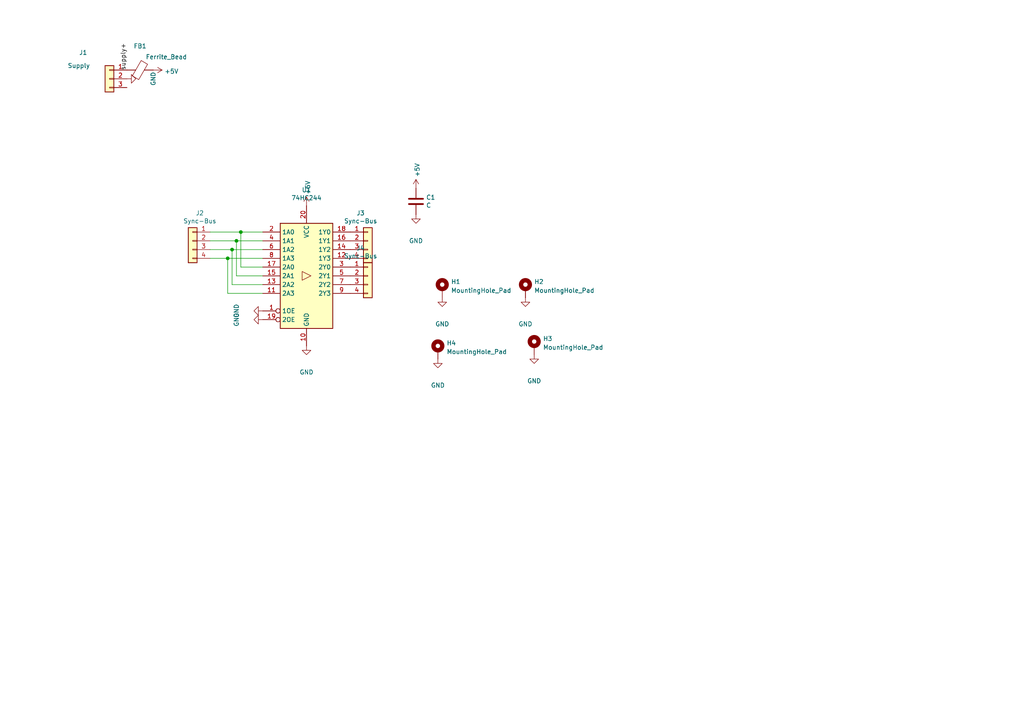
<source format=kicad_sch>
(kicad_sch (version 20211123) (generator eeschema)
  (paper "A4")
  (lib_symbols
    (symbol "74xx:74HC244"
      (property "Reference" "U" (at -7.62 16.51 0))
      (property "Value" "74HC244" (at -7.62 -16.51 0))
      (symbol "74HC244_1_0"
        (polyline (pts (xy 1.27 0) (xy -1.27 1.27) (xy -1.27 -1.27) (xy 1.27 0)) (stroke (width 0.1524)))
        (pin input inverted (at -12.7 -10.16 0) (length 5.08) (name "1OE") (number "1"))
        (pin power_in line (at 0 -20.32 90) (length 5.08) (name "GND") (number "10"))
        (pin input line (at -12.7 -5.08 0) (length 5.08) (name "2A3") (number "11"))
        (pin tri_state line (at 12.7 5.08 180) (length 5.08) (name "1Y3") (number "12"))
        (pin input line (at -12.7 -2.54 0) (length 5.08) (name "2A2") (number "13"))
        (pin tri_state line (at 12.7 7.62 180) (length 5.08) (name "1Y2") (number "14"))
        (pin input line (at -12.7 0 0) (length 5.08) (name "2A1") (number "15"))
        (pin tri_state line (at 12.7 10.16 180) (length 5.08) (name "1Y1") (number "16"))
        (pin input line (at -12.7 2.54 0) (length 5.08) (name "2A0") (number "17"))
        (pin tri_state line (at 12.7 12.7 180) (length 5.08) (name "1Y0") (number "18"))
        (pin input inverted (at -12.7 -12.7 0) (length 5.08) (name "2OE") (number "19"))
        (pin input line (at -12.7 12.7 0) (length 5.08) (name "1A0") (number "2"))
        (pin power_in line (at 0 20.32 270) (length 5.08) (name "VCC") (number "20"))
        (pin tri_state line (at 12.7 2.54 180) (length 5.08) (name "2Y0") (number "3"))
        (pin input line (at -12.7 10.16 0) (length 5.08) (name "1A1") (number "4"))
        (pin tri_state line (at 12.7 0 180) (length 5.08) (name "2Y1") (number "5"))
        (pin input line (at -12.7 7.62 0) (length 5.08) (name "1A2") (number "6"))
        (pin tri_state line (at 12.7 -2.54 180) (length 5.08) (name "2Y2") (number "7"))
        (pin input line (at -12.7 5.08 0) (length 5.08) (name "1A3") (number "8"))
        (pin tri_state line (at 12.7 -5.08 180) (length 5.08) (name "2Y3") (number "9"))
      )
      (symbol "74HC244_1_1"
        (rectangle (start -7.62 15.24) (end 7.62 -15.24) (stroke (width 0.254)) (fill (type background)))
      )
    )
    (symbol "Connector_Generic:Conn_01x03" (pin_names (offset 1.016) hide)
      (property "Reference" "J" (at 0 5.08 0))
      (property "Value" "Conn_01x03" (at 0 -5.08 0))
      (symbol "Conn_01x03_1_1"
        (rectangle (start -1.27 -2.413) (end 0 -2.667) (stroke (width 0.1524)))
        (rectangle (start -1.27 0.127) (end 0 -0.127) (stroke (width 0.1524)))
        (rectangle (start -1.27 2.667) (end 0 2.413) (stroke (width 0.1524)))
        (rectangle (start -1.27 3.81) (end 1.27 -3.81) (stroke (width 0.254)) (fill (type background)))
        (pin passive line (at -5.08 2.54 0) (length 3.81) (name "Pin_1") (number "1"))
        (pin passive line (at -5.08 0 0) (length 3.81) (name "Pin_2") (number "2"))
        (pin passive line (at -5.08 -2.54 0) (length 3.81) (name "Pin_3") (number "3"))
      )
    )
    (symbol "Connector_Generic:Conn_01x04" (pin_names (offset 1.016) hide)
      (property "Reference" "J" (at 0 5.08 0))
      (property "Value" "Conn_01x04" (at 0 -7.62 0))
      (symbol "Conn_01x04_1_1"
        (rectangle (start -1.27 -4.953) (end 0 -5.207) (stroke (width 0.1524)))
        (rectangle (start -1.27 -2.413) (end 0 -2.667) (stroke (width 0.1524)))
        (rectangle (start -1.27 0.127) (end 0 -0.127) (stroke (width 0.1524)))
        (rectangle (start -1.27 2.667) (end 0 2.413) (stroke (width 0.1524)))
        (rectangle (start -1.27 3.81) (end 1.27 -6.35) (stroke (width 0.254)) (fill (type background)))
        (pin passive line (at -5.08 2.54 0) (length 3.81) (name "Pin_1") (number "1"))
        (pin passive line (at -5.08 0 0) (length 3.81) (name "Pin_2") (number "2"))
        (pin passive line (at -5.08 -2.54 0) (length 3.81) (name "Pin_3") (number "3"))
        (pin passive line (at -5.08 -5.08 0) (length 3.81) (name "Pin_4") (number "4"))
      )
    )
    (symbol "Device:C" (pin_numbers hide) (pin_names (offset 0.254))
      (property "Reference" "C" (at 0.635 2.54 0))
      (property "Value" "C" (at 0.635 -2.54 0))
      (symbol "C_0_1"
        (polyline (pts (xy -2.032 -0.762) (xy 2.032 -0.762)) (stroke (width 0.508)))
        (polyline (pts (xy -2.032 0.762) (xy 2.032 0.762)) (stroke (width 0.508)))
      )
      (symbol "C_1_1"
        (pin passive line (at 0 3.81 270) (length 2.794) (name "~") (number "1"))
        (pin passive line (at 0 -3.81 90) (length 2.794) (name "~") (number "2"))
      )
    )
    (symbol "Device:Ferrite_Bead" (pin_numbers hide) (pin_names (offset 0))
      (property "Reference" "FB" (at -3.81 0.635 90))
      (property "Value" "Device_Ferrite_Bead" (at 3.81 0 90))
      (symbol "Ferrite_Bead_0_1"
        (polyline (pts (xy 0 -1.27) (xy 0 -1.2192)))
        (polyline (pts (xy 0 1.27) (xy 0 1.2954)))
        (polyline (pts (xy -2.7686 0.4064) (xy -1.7018 2.2606) (xy 2.7686 -0.3048) (xy 1.6764 -2.159) (xy -2.7686 0.4064)))
      )
      (symbol "Ferrite_Bead_1_1"
        (pin passive line (at 0 3.81 270) (length 2.54) (name "~") (number "1"))
        (pin passive line (at 0 -3.81 90) (length 2.54) (name "~") (number "2"))
      )
    )
    (symbol "Mechanical:MountingHole_Pad" (pin_numbers hide) (pin_names (offset 1.016) hide)
      (property "Reference" "H" (at 0 6.35 0))
      (property "Value" "MountingHole_Pad" (at 0 4.445 0))
      (symbol "MountingHole_Pad_0_1"
        (circle (center 0 1.27) (radius 1.27) (stroke (width 1.27)))
      )
      (symbol "MountingHole_Pad_1_1"
        (pin input line (at 0 -2.54 90) (length 2.54) (name "1") (number "1"))
      )
    )
    (symbol "power:+5V" (power) (pin_names (offset 0))
      (property "Value" "+5V" (at 0 3.556 0))
      (symbol "+5V_0_1"
        (polyline (pts (xy -0.762 1.27) (xy 0 2.54)))
        (polyline (pts (xy 0 0) (xy 0 2.54)))
        (polyline (pts (xy 0 2.54) (xy 0.762 1.27)))
      )
      (symbol "+5V_1_1"
        (pin power_in line (at 0 0 90) (length 0) hide (name "+5V") (number "1"))
      )
    )
    (symbol "power:GND" (power) (pin_names (offset 0))
      (property "Value" "GND" (at 0 -3.81 0))
      (symbol "GND_0_1"
        (polyline (pts (xy 0 0) (xy 0 -1.27) (xy 1.27 -1.27) (xy 0 -2.54) (xy -1.27 -1.27) (xy 0 -1.27)))
      )
      (symbol "GND_1_1"
        (pin power_in line (at 0 0 270) (length 0) hide (name "GND") (number "1"))
      )
    )
  )
  (junction (at 69.85 67.31))
  (junction (at 67.31 72.39))
  (junction (at 68.58 69.85))
  (junction (at 66.04 74.93))
  (wire (pts (xy 76.2 85.09) (xy 66.04 85.09)))
  (wire (pts (xy 76.2 77.47) (xy 69.85 77.47)))
  (wire (pts (xy 67.31 82.55) (xy 67.31 72.39)))
  (wire (pts (xy 60.96 72.39) (xy 67.31 72.39)))
  (wire (pts (xy 69.85 67.31) (xy 76.2 67.31)))
  (wire (pts (xy 76.2 80.01) (xy 68.58 80.01)))
  (wire (pts (xy -375.92 139.7) (xy -375.92 -246.38)))
  (wire (pts (xy 60.96 74.93) (xy 66.04 74.93)))
  (wire (pts (xy 60.96 69.85) (xy 68.58 69.85)))
  (wire (pts (xy -375.92 -246.38) (xy -337.82 -246.38)))
  (wire (pts (xy 67.31 72.39) (xy 76.2 72.39)))
  (wire (pts (xy 66.04 74.93) (xy 76.2 74.93)))
  (wire (pts (xy 68.58 80.01) (xy 68.58 69.85)))
  (wire (pts (xy 60.96 67.31) (xy 69.85 67.31)))
  (wire (pts (xy 66.04 85.09) (xy 66.04 74.93)))
  (wire (pts (xy 68.58 69.85) (xy 76.2 69.85)))
  (wire (pts (xy 76.2 82.55) (xy 67.31 82.55)))
  (wire (pts (xy 69.85 77.47) (xy 69.85 67.31)))
  (label "supply+" (at 36.83 20.32 90))
  (symbol (lib_id "Connector_Generic:Conn_01x04") (at 106.68 69.85 0) (unit 1)
    (property "Reference" "J3" (at 104.5972 61.7982 0))
    (property "Value" "Sync-Bus" (at 104.5972 64.1096 0))
    (property "Footprint" "synkie_footprints:Molex_KK-254_AE-6410-04A_1x04_P2.54mm_Vertical" (effects hide))
  )
  (symbol (lib_id "Connector_Generic:Conn_01x03") (at 31.75 22.86 0) (mirror y) (unit 1)
    (property "Reference" "J1" (at 24.13 15.24 0))
    (property "Value" "Supply" (at 22.86 19.05 0))
    (property "Footprint" "synkie_footprints:Molex_KK-254_AE-6410-03A_1x03_P2.54mm_Vertical" (effects hide))
  )
  (symbol (lib_id "Device:Ferrite_Bead") (at 40.64 20.32 90) (unit 1)
    (property "Reference" "FB1" (at 40.64 13.3604 90))
    (property "Value" "Ferrite_Bead" (at 48.26 16.51 90))
    (property "Footprint" "synkie_footprints:L_0805_2012Metric_Pad1.15x1.40mm_HandSolder" (effects hide))
  )
  (symbol (lib_id "power:GND") (at 36.83 22.86 90) (unit 1)
    (property "Reference" "#PWR02" (effects hide))
    (property "Value" "GND" (at 44.45 22.86 0))
  )
  (symbol (lib_id "power:+5V") (at 44.45 20.32 270) (unit 1)
    (property "Reference" "#PWR01" (effects hide))
    (property "Value" "+5V" (at 47.7012 20.701 90) (effects (justify left)))
  )
  (symbol (lib_id "74xx:74HC244") (at 88.9 80.01 0) (unit 1)
    (property "Reference" "U1" (at 88.9 55.0926 0))
    (property "Value" "74HC244" (at 88.9 57.404 0))
    (property "Footprint" "Package_SO:SO-20_12.8x7.5mm_P1.27mm" (effects hide))
    (property "Datasheet" "https://assets.nexperia.com/documents/data-sheet/74HC_HCT244.pdf" (effects hide))
  )
  (symbol (lib_id "power:+5V") (at 88.9 59.69 0) (unit 1)
    (property "Reference" "#PWR04" (effects hide))
    (property "Value" "+5V" (at 89.281 56.4388 90) (effects (justify left)))
  )
  (symbol (lib_id "Connector_Generic:Conn_01x04") (at 55.88 69.85 0) (mirror y) (unit 1)
    (property "Reference" "J2" (at 57.9628 61.7982 0))
    (property "Value" "Sync-Bus" (at 57.9628 64.1096 0))
    (property "Footprint" "synkie_footprints:Molex_KK-254_AE-6410-04A_1x04_P2.54mm_Vertical" (effects hide))
  )
  (symbol (lib_id "power:GND") (at 88.9 100.33 0) (unit 1)
    (property "Reference" "#PWR010" (effects hide))
    (property "Value" "GND" (at 88.9 107.95 0))
  )
  (symbol (lib_id "power:GND") (at 76.2 90.17 270) (unit 1)
    (property "Reference" "#PWR08" (effects hide))
    (property "Value" "GND" (at 68.58 90.17 0))
  )
  (symbol (lib_id "Device:C") (at 120.65 58.42 0) (unit 1)
    (property "Reference" "C1" (at 123.571 57.2516 0) (effects (justify left)))
    (property "Value" "C" (at 123.571 59.563 0) (effects (justify left)))
    (property "Footprint" "synkie_footprints:R_0603_1608Metric_Pad1.05x0.95mm_HandSolder" (effects hide))
  )
  (symbol (lib_id "power:+5V") (at 120.65 54.61 0) (unit 1)
    (property "Reference" "#PWR03" (effects hide))
    (property "Value" "+5V" (at 121.031 51.3588 90) (effects (justify left)))
  )
  (symbol (lib_id "power:GND") (at 120.65 62.23 0) (unit 1)
    (property "Reference" "#PWR05" (effects hide))
    (property "Value" "GND" (at 120.65 69.85 0))
  )
  (symbol (lib_id "power:GND") (at 127 104.14 0) (unit 1)
    (property "Reference" "#PWR012" (effects hide))
    (property "Value" "GND" (at 127 111.76 0))
  )
  (symbol (lib_id "Mechanical:MountingHole_Pad") (at 127 101.6 0) (unit 1)
    (property "Reference" "H4" (at 129.54 99.4953 0) (effects (justify left)))
    (property "Value" "MountingHole_Pad" (at 129.54 102.0322 0) (effects (justify left)))
    (property "Footprint" "MountingHole:MountingHole_3.2mm_M3_DIN965_Pad" (effects hide))
  )
  (symbol (lib_id "Mechanical:MountingHole_Pad") (at 128.27 83.82 0) (unit 1)
    (property "Reference" "H1" (at 130.81 81.7153 0) (effects (justify left)))
    (property "Value" "MountingHole_Pad" (at 130.81 84.2522 0) (effects (justify left)))
    (property "Footprint" "MountingHole:MountingHole_3.2mm_M3_DIN965_Pad" (effects hide))
  )
  (symbol (lib_id "power:GND") (at 154.94 102.87 0) (unit 1)
    (property "Reference" "#PWR011" (effects hide))
    (property "Value" "GND" (at 154.94 110.49 0))
  )
  (symbol (lib_id "Connector_Generic:Conn_01x04") (at 106.68 80.01 0) (unit 1)
    (property "Reference" "J4" (at 104.5972 71.9582 0))
    (property "Value" "Sync-Bus" (at 104.5972 74.2696 0))
    (property "Footprint" "synkie_footprints:Molex_KK-254_AE-6410-04A_1x04_P2.54mm_Vertical" (effects hide))
  )
  (symbol (lib_id "Mechanical:MountingHole_Pad") (at 152.4 83.82 0) (unit 1)
    (property "Reference" "H2" (at 154.94 81.7153 0) (effects (justify left)))
    (property "Value" "MountingHole_Pad" (at 154.94 84.2522 0) (effects (justify left)))
    (property "Footprint" "MountingHole:MountingHole_3.2mm_M3_DIN965_Pad" (effects hide))
  )
  (symbol (lib_id "power:GND") (at 152.4 86.36 0) (unit 1)
    (property "Reference" "#PWR07" (effects hide))
    (property "Value" "GND" (at 152.4 93.98 0))
  )
  (symbol (lib_id "power:GND") (at 128.27 86.36 0) (unit 1)
    (property "Reference" "#PWR06" (effects hide))
    (property "Value" "GND" (at 128.27 93.98 0))
  )
  (symbol (lib_id "power:GND") (at 76.2 92.71 270) (unit 1)
    (property "Reference" "#PWR0101" (effects hide))
    (property "Value" "GND" (at 68.58 92.71 0))
  )
  (symbol (lib_id "Mechanical:MountingHole_Pad") (at 154.94 100.33 0) (unit 1)
    (property "Reference" "H3" (at 157.48 98.2253 0) (effects (justify left)))
    (property "Value" "MountingHole_Pad" (at 157.48 100.7622 0) (effects (justify left)))
    (property "Footprint" "MountingHole:MountingHole_3.2mm_M3_DIN965_Pad" (effects hide))
  )
)
</source>
